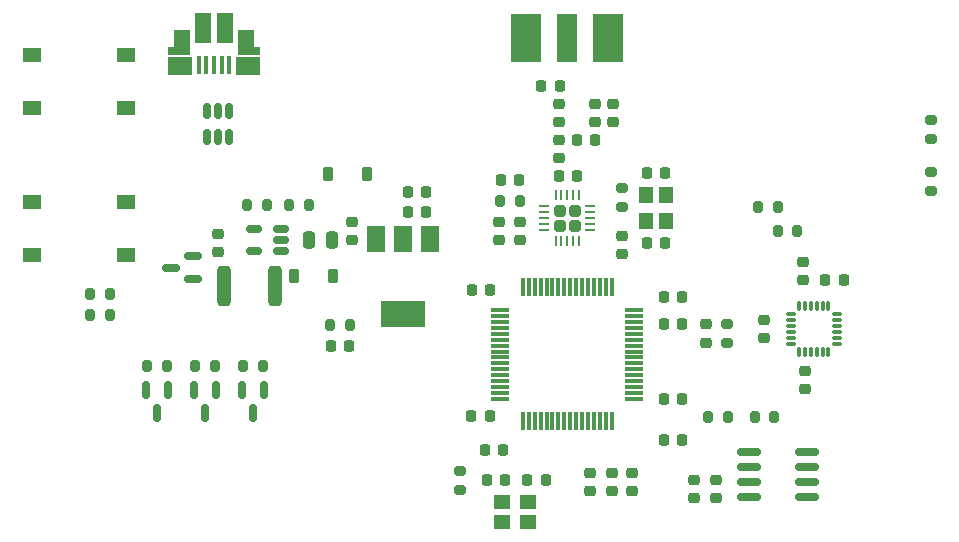
<source format=gtp>
G04 #@! TF.GenerationSoftware,KiCad,Pcbnew,7.0.1*
G04 #@! TF.CreationDate,2023-10-12T07:58:09+02:00*
G04 #@! TF.ProjectId,Controller_board,436f6e74-726f-46c6-9c65-725f626f6172,rev?*
G04 #@! TF.SameCoordinates,Original*
G04 #@! TF.FileFunction,Paste,Top*
G04 #@! TF.FilePolarity,Positive*
%FSLAX46Y46*%
G04 Gerber Fmt 4.6, Leading zero omitted, Abs format (unit mm)*
G04 Created by KiCad (PCBNEW 7.0.1) date 2023-10-12 07:58:09*
%MOMM*%
%LPD*%
G01*
G04 APERTURE LIST*
G04 Aperture macros list*
%AMRoundRect*
0 Rectangle with rounded corners*
0 $1 Rounding radius*
0 $2 $3 $4 $5 $6 $7 $8 $9 X,Y pos of 4 corners*
0 Add a 4 corners polygon primitive as box body*
4,1,4,$2,$3,$4,$5,$6,$7,$8,$9,$2,$3,0*
0 Add four circle primitives for the rounded corners*
1,1,$1+$1,$2,$3*
1,1,$1+$1,$4,$5*
1,1,$1+$1,$6,$7*
1,1,$1+$1,$8,$9*
0 Add four rect primitives between the rounded corners*
20,1,$1+$1,$2,$3,$4,$5,0*
20,1,$1+$1,$4,$5,$6,$7,0*
20,1,$1+$1,$6,$7,$8,$9,0*
20,1,$1+$1,$8,$9,$2,$3,0*%
G04 Aperture macros list end*
%ADD10RoundRect,0.225000X-0.250000X0.225000X-0.250000X-0.225000X0.250000X-0.225000X0.250000X0.225000X0*%
%ADD11RoundRect,0.225000X-0.225000X-0.250000X0.225000X-0.250000X0.225000X0.250000X-0.225000X0.250000X0*%
%ADD12RoundRect,0.150000X0.587500X0.150000X-0.587500X0.150000X-0.587500X-0.150000X0.587500X-0.150000X0*%
%ADD13R,0.400000X1.650000*%
%ADD14R,1.825000X0.700000*%
%ADD15R,2.000000X1.500000*%
%ADD16R,1.350000X2.000000*%
%ADD17R,1.430000X2.500000*%
%ADD18RoundRect,0.225000X0.250000X-0.225000X0.250000X0.225000X-0.250000X0.225000X-0.250000X-0.225000X0*%
%ADD19RoundRect,0.225000X0.225000X0.250000X-0.225000X0.250000X-0.225000X-0.250000X0.225000X-0.250000X0*%
%ADD20RoundRect,0.200000X-0.275000X0.200000X-0.275000X-0.200000X0.275000X-0.200000X0.275000X0.200000X0*%
%ADD21R,1.500000X2.200000*%
%ADD22R,3.800000X2.200000*%
%ADD23RoundRect,0.075000X0.350000X0.075000X-0.350000X0.075000X-0.350000X-0.075000X0.350000X-0.075000X0*%
%ADD24RoundRect,0.075000X-0.075000X0.350000X-0.075000X-0.350000X0.075000X-0.350000X0.075000X0.350000X0*%
%ADD25RoundRect,0.150000X-0.150000X0.587500X-0.150000X-0.587500X0.150000X-0.587500X0.150000X0.587500X0*%
%ADD26RoundRect,0.225000X0.225000X0.375000X-0.225000X0.375000X-0.225000X-0.375000X0.225000X-0.375000X0*%
%ADD27RoundRect,0.075000X0.075000X-0.700000X0.075000X0.700000X-0.075000X0.700000X-0.075000X-0.700000X0*%
%ADD28RoundRect,0.075000X0.700000X-0.075000X0.700000X0.075000X-0.700000X0.075000X-0.700000X-0.075000X0*%
%ADD29RoundRect,0.250000X0.250000X0.475000X-0.250000X0.475000X-0.250000X-0.475000X0.250000X-0.475000X0*%
%ADD30RoundRect,0.200000X-0.200000X-0.275000X0.200000X-0.275000X0.200000X0.275000X-0.200000X0.275000X0*%
%ADD31RoundRect,0.250000X-0.312500X-1.450000X0.312500X-1.450000X0.312500X1.450000X-0.312500X1.450000X0*%
%ADD32RoundRect,0.200000X0.200000X0.275000X-0.200000X0.275000X-0.200000X-0.275000X0.200000X-0.275000X0*%
%ADD33R,1.550000X1.300000*%
%ADD34RoundRect,0.218750X0.256250X-0.218750X0.256250X0.218750X-0.256250X0.218750X-0.256250X-0.218750X0*%
%ADD35RoundRect,0.150000X0.825000X0.150000X-0.825000X0.150000X-0.825000X-0.150000X0.825000X-0.150000X0*%
%ADD36RoundRect,0.218750X0.218750X0.256250X-0.218750X0.256250X-0.218750X-0.256250X0.218750X-0.256250X0*%
%ADD37R,1.400000X1.200000*%
%ADD38R,1.780000X4.190000*%
%ADD39R,2.665000X4.190000*%
%ADD40RoundRect,0.218750X-0.256250X0.218750X-0.256250X-0.218750X0.256250X-0.218750X0.256250X0.218750X0*%
%ADD41RoundRect,0.200000X0.275000X-0.200000X0.275000X0.200000X-0.275000X0.200000X-0.275000X-0.200000X0*%
%ADD42RoundRect,0.218750X-0.218750X-0.256250X0.218750X-0.256250X0.218750X0.256250X-0.218750X0.256250X0*%
%ADD43RoundRect,0.150000X0.512500X0.150000X-0.512500X0.150000X-0.512500X-0.150000X0.512500X-0.150000X0*%
%ADD44RoundRect,0.250000X0.255000X-0.255000X0.255000X0.255000X-0.255000X0.255000X-0.255000X-0.255000X0*%
%ADD45RoundRect,0.062500X0.062500X-0.350000X0.062500X0.350000X-0.062500X0.350000X-0.062500X-0.350000X0*%
%ADD46RoundRect,0.062500X0.350000X-0.062500X0.350000X0.062500X-0.350000X0.062500X-0.350000X-0.062500X0*%
%ADD47R,1.200000X1.400000*%
%ADD48RoundRect,0.150000X-0.150000X0.512500X-0.150000X-0.512500X0.150000X-0.512500X0.150000X0.512500X0*%
G04 APERTURE END LIST*
D10*
X118770400Y-119253000D03*
X118770400Y-120803000D03*
D11*
X136842200Y-102920800D03*
X138392200Y-102920800D03*
X111620000Y-119888000D03*
X113170000Y-119888000D03*
D12*
X83335100Y-102810600D03*
X83335100Y-100910600D03*
X81460100Y-101860600D03*
D13*
X86397000Y-84709400D03*
X85747000Y-84709400D03*
X85097000Y-84709400D03*
X84447000Y-84709400D03*
X83797000Y-84709400D03*
D14*
X88047000Y-83509400D03*
D15*
X87947000Y-84809400D03*
D16*
X87827000Y-82759400D03*
D17*
X86057000Y-81559400D03*
X84137000Y-81559400D03*
D16*
X82347000Y-82759400D03*
D15*
X82197000Y-84829400D03*
D14*
X82097000Y-83509400D03*
D18*
X114300000Y-89548000D03*
X114300000Y-87998000D03*
D19*
X124727000Y-113030000D03*
X123177000Y-113030000D03*
D18*
X131673600Y-107810600D03*
X131673600Y-106260600D03*
X127635000Y-121374200D03*
X127635000Y-119824200D03*
D20*
X105918000Y-119063000D03*
X105918000Y-120713000D03*
D21*
X103392000Y-99466000D03*
X101092000Y-99466000D03*
X98792000Y-99466000D03*
D22*
X101092000Y-105766000D03*
D23*
X137820400Y-108297600D03*
X137820400Y-107797600D03*
X137820400Y-107297600D03*
X137820400Y-106797600D03*
X137820400Y-106297600D03*
X137820400Y-105797600D03*
D24*
X137120400Y-105097600D03*
X136620400Y-105097600D03*
X136120400Y-105097600D03*
X135620400Y-105097600D03*
X135120400Y-105097600D03*
X134620400Y-105097600D03*
D23*
X133920400Y-105797600D03*
X133920400Y-106297600D03*
X133920400Y-106797600D03*
X133920400Y-107297600D03*
X133920400Y-107797600D03*
X133920400Y-108297600D03*
D24*
X134620400Y-108997600D03*
X135120400Y-108997600D03*
X135620400Y-108997600D03*
X136120400Y-108997600D03*
X136620400Y-108997600D03*
X137120400Y-108997600D03*
D25*
X85278000Y-112268000D03*
X83378000Y-112268000D03*
X84328000Y-114143000D03*
D26*
X98043000Y-93980000D03*
X94743000Y-93980000D03*
D25*
X81214000Y-112268000D03*
X79314000Y-112268000D03*
X80264000Y-114143000D03*
D18*
X125730000Y-121374200D03*
X125730000Y-119824200D03*
D27*
X111250000Y-114895000D03*
X111750000Y-114895000D03*
X112250000Y-114895000D03*
X112750000Y-114895000D03*
X113250000Y-114895000D03*
X113750000Y-114895000D03*
X114250000Y-114895000D03*
X114750000Y-114895000D03*
X115250000Y-114895000D03*
X115750000Y-114895000D03*
X116250000Y-114895000D03*
X116750000Y-114895000D03*
X117250000Y-114895000D03*
X117750000Y-114895000D03*
X118250000Y-114895000D03*
X118750000Y-114895000D03*
D28*
X120675000Y-112970000D03*
X120675000Y-112470000D03*
X120675000Y-111970000D03*
X120675000Y-111470000D03*
X120675000Y-110970000D03*
X120675000Y-110470000D03*
X120675000Y-109970000D03*
X120675000Y-109470000D03*
X120675000Y-108970000D03*
X120675000Y-108470000D03*
X120675000Y-107970000D03*
X120675000Y-107470000D03*
X120675000Y-106970000D03*
X120675000Y-106470000D03*
X120675000Y-105970000D03*
X120675000Y-105470000D03*
D27*
X118750000Y-103545000D03*
X118250000Y-103545000D03*
X117750000Y-103545000D03*
X117250000Y-103545000D03*
X116750000Y-103545000D03*
X116250000Y-103545000D03*
X115750000Y-103545000D03*
X115250000Y-103545000D03*
X114750000Y-103545000D03*
X114250000Y-103545000D03*
X113750000Y-103545000D03*
X113250000Y-103545000D03*
X112750000Y-103545000D03*
X112250000Y-103545000D03*
X111750000Y-103545000D03*
X111250000Y-103545000D03*
D28*
X109325000Y-105470000D03*
X109325000Y-105970000D03*
X109325000Y-106470000D03*
X109325000Y-106970000D03*
X109325000Y-107470000D03*
X109325000Y-107970000D03*
X109325000Y-108470000D03*
X109325000Y-108970000D03*
X109325000Y-109470000D03*
X109325000Y-109970000D03*
X109325000Y-110470000D03*
X109325000Y-110970000D03*
X109325000Y-111470000D03*
X109325000Y-111970000D03*
X109325000Y-112470000D03*
X109325000Y-112970000D03*
D10*
X117348000Y-87985000D03*
X117348000Y-89535000D03*
D29*
X95057000Y-99517200D03*
X93157000Y-99517200D03*
D18*
X96774000Y-99530200D03*
X96774000Y-97980200D03*
D30*
X132842000Y-98806000D03*
X134492000Y-98806000D03*
D10*
X116941600Y-119253000D03*
X116941600Y-120803000D03*
D19*
X108420200Y-114401600D03*
X106870200Y-114401600D03*
D31*
X85949700Y-103454200D03*
X90224700Y-103454200D03*
D10*
X134975600Y-101383800D03*
X134975600Y-102933800D03*
D32*
X132841000Y-96774000D03*
X131191000Y-96774000D03*
D18*
X119616700Y-100720600D03*
X119616700Y-99170600D03*
D33*
X69685000Y-96338000D03*
X77635000Y-96338000D03*
X69685000Y-100838000D03*
X77635000Y-100838000D03*
D30*
X83503000Y-110157500D03*
X85153000Y-110157500D03*
X109334800Y-96266000D03*
X110984800Y-96266000D03*
D19*
X108471000Y-103759000D03*
X106921000Y-103759000D03*
D34*
X120523000Y-120802500D03*
X120523000Y-119227500D03*
D11*
X123177000Y-106680000D03*
X124727000Y-106680000D03*
D32*
X93103200Y-96596200D03*
X91453200Y-96596200D03*
D35*
X135317000Y-121285000D03*
X135317000Y-120015000D03*
X135317000Y-118745000D03*
X135317000Y-117475000D03*
X130367000Y-117475000D03*
X130367000Y-118745000D03*
X130367000Y-120015000D03*
X130367000Y-121285000D03*
D19*
X123291000Y-99822000D03*
X121741000Y-99822000D03*
D11*
X101485400Y-95504000D03*
X103035400Y-95504000D03*
D32*
X128587000Y-114554000D03*
X126937000Y-114554000D03*
D36*
X96545500Y-108508800D03*
X94970500Y-108508800D03*
D37*
X109517000Y-123405000D03*
X111717000Y-123405000D03*
X111717000Y-121705000D03*
X109517000Y-121705000D03*
D19*
X110934800Y-94437200D03*
X109384800Y-94437200D03*
D38*
X115000000Y-82397600D03*
D39*
X111507500Y-82397600D03*
X118492500Y-82397600D03*
D11*
X123177000Y-104394000D03*
X124727000Y-104394000D03*
D32*
X96583000Y-106730800D03*
X94933000Y-106730800D03*
D40*
X126746000Y-106654500D03*
X126746000Y-108229500D03*
D41*
X119616700Y-96745200D03*
X119616700Y-95095200D03*
D10*
X118872000Y-87985000D03*
X118872000Y-89535000D03*
D32*
X76263000Y-104140000D03*
X74613000Y-104140000D03*
D30*
X130874000Y-114554000D03*
X132524000Y-114554000D03*
D10*
X109220000Y-98018000D03*
X109220000Y-99568000D03*
D19*
X109741000Y-119888000D03*
X108191000Y-119888000D03*
X114363800Y-86461600D03*
X112813800Y-86461600D03*
D42*
X115798500Y-91046000D03*
X117373500Y-91046000D03*
D18*
X135128000Y-112154000D03*
X135128000Y-110604000D03*
D33*
X69685000Y-83892000D03*
X77635000Y-83892000D03*
X69685000Y-88392000D03*
X77635000Y-88392000D03*
D11*
X101485400Y-97180400D03*
X103035400Y-97180400D03*
D43*
X90748700Y-100467200D03*
X90748700Y-99517200D03*
X90748700Y-98567200D03*
X88473700Y-98567200D03*
X88473700Y-100467200D03*
D32*
X89547200Y-96596200D03*
X87897200Y-96596200D03*
D44*
X114386200Y-98313400D03*
X115636200Y-98313400D03*
X114386200Y-97063400D03*
X115636200Y-97063400D03*
D45*
X114011200Y-99625900D03*
X114511200Y-99625900D03*
X115011200Y-99625900D03*
X115511200Y-99625900D03*
X116011200Y-99625900D03*
D46*
X116948700Y-98688400D03*
X116948700Y-98188400D03*
X116948700Y-97688400D03*
X116948700Y-97188400D03*
X116948700Y-96688400D03*
D45*
X116011200Y-95750900D03*
X115511200Y-95750900D03*
X115011200Y-95750900D03*
X114511200Y-95750900D03*
X114011200Y-95750900D03*
D46*
X113073700Y-96688400D03*
X113073700Y-97188400D03*
X113073700Y-97688400D03*
X113073700Y-98188400D03*
X113073700Y-98688400D03*
D47*
X123366000Y-97917000D03*
X123366000Y-95717000D03*
X121666000Y-95717000D03*
X121666000Y-97917000D03*
D34*
X114300000Y-92608500D03*
X114300000Y-91033500D03*
D30*
X87567000Y-110157500D03*
X89217000Y-110157500D03*
D26*
X95198200Y-102565200D03*
X91898200Y-102565200D03*
D42*
X114274500Y-94107000D03*
X115849500Y-94107000D03*
D18*
X85420200Y-100546200D03*
X85420200Y-98996200D03*
D10*
X110998000Y-98018000D03*
X110998000Y-99568000D03*
D25*
X89342000Y-112268000D03*
X87442000Y-112268000D03*
X88392000Y-114143000D03*
D41*
X145796000Y-95414600D03*
X145796000Y-93764600D03*
D30*
X79439000Y-110157500D03*
X81089000Y-110157500D03*
D11*
X121741000Y-93853000D03*
X123291000Y-93853000D03*
D48*
X86382400Y-88575300D03*
X85432400Y-88575300D03*
X84482400Y-88575300D03*
X84482400Y-90850300D03*
X85432400Y-90850300D03*
X86382400Y-90850300D03*
D41*
X145796000Y-90995000D03*
X145796000Y-89345000D03*
D30*
X74613000Y-105918000D03*
X76263000Y-105918000D03*
D41*
X128524000Y-108267000D03*
X128524000Y-106617000D03*
D19*
X109601000Y-117336209D03*
X108051000Y-117336209D03*
D11*
X123177000Y-116459000D03*
X124727000Y-116459000D03*
M02*

</source>
